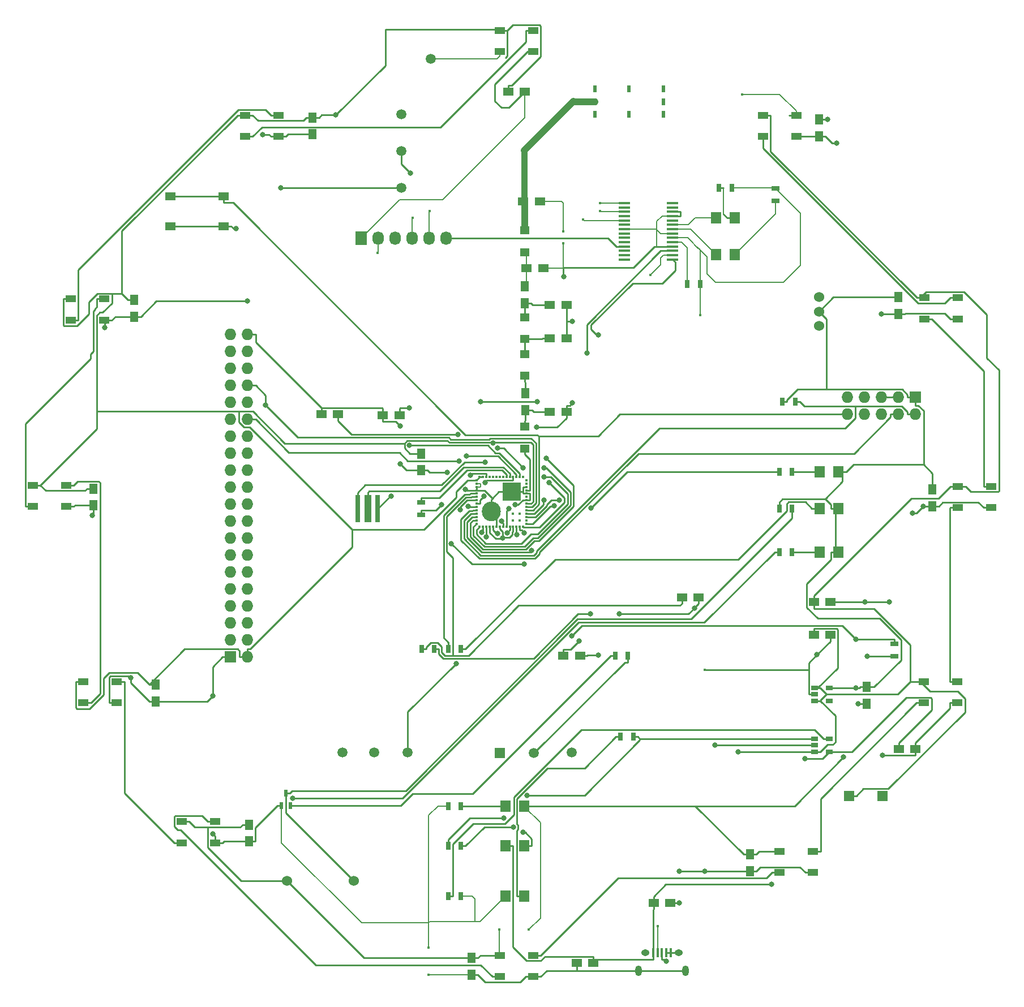
<source format=gtl>
G04 #@! TF.GenerationSoftware,KiCad,Pcbnew,(2016-12-18 revision 3ffa37c)-master*
G04 #@! TF.CreationDate,2016-12-20T15:26:01-08:00*
G04 #@! TF.ProjectId,badge-routed,62616467652D726F757465642E6B6963,rev?*
G04 #@! TF.FileFunction,Copper,L1,Top,Mixed*
G04 #@! TF.FilePolarity,Positive*
%FSLAX46Y46*%
G04 Gerber Fmt 4.6, Leading zero omitted, Abs format (unit mm)*
G04 Created by KiCad (PCBNEW (2016-12-18 revision 3ffa37c)-master) date Tuesday, December 20, 2016 'PMt' 03:26:01 PM*
%MOMM*%
%LPD*%
G01*
G04 APERTURE LIST*
%ADD10C,0.150000*%
%ADD11O,1.727200X1.727200*%
%ADD12R,1.727200X1.727200*%
%ADD13R,1.597660X1.800860*%
%ADD14R,0.700000X1.300000*%
%ADD15R,1.000000X4.100000*%
%ADD16R,0.700000X4.100000*%
%ADD17R,1.500000X1.500000*%
%ADD18R,1.250000X1.500000*%
%ADD19R,1.500000X1.250000*%
%ADD20O,1.000000X1.550000*%
%ADD21O,1.250000X0.950000*%
%ADD22R,0.400000X1.350000*%
%ADD23C,1.500000*%
%ADD24R,1.300000X0.700000*%
%ADD25R,1.727200X2.032000*%
%ADD26O,1.727200X2.032000*%
%ADD27R,1.060000X0.650000*%
%ADD28R,0.500000X1.000000*%
%ADD29C,1.524000*%
%ADD30R,1.750000X0.450000*%
%ADD31R,1.600000X1.000000*%
%ADD32R,0.406400X0.406400*%
%ADD33O,2.819400X2.946400*%
%ADD34R,2.667000X2.667000*%
%ADD35R,0.304800X0.406400*%
%ADD36R,0.406400X0.304800*%
%ADD37R,1.550000X1.300000*%
%ADD38R,1.399540X1.150620*%
%ADD39R,0.599440X1.000760*%
%ADD40C,0.400000*%
%ADD41C,0.800000*%
%ADD42C,0.130000*%
%ADD43C,0.250000*%
%ADD44C,0.230000*%
%ADD45C,0.152400*%
%ADD46C,1.000000*%
%ADD47C,0.900000*%
G04 APERTURE END LIST*
D10*
D11*
X55040000Y-76940000D03*
X52500000Y-76940000D03*
X55040000Y-79480000D03*
X52500000Y-79480000D03*
X55040000Y-82020000D03*
X52500000Y-82020000D03*
X55040000Y-84560000D03*
X52500000Y-84560000D03*
X55040000Y-87100000D03*
X52500000Y-87100000D03*
X55040000Y-89640000D03*
X52500000Y-89640000D03*
X55040000Y-92180000D03*
X52500000Y-92180000D03*
X55040000Y-94720000D03*
X52500000Y-94720000D03*
X55040000Y-97260000D03*
X52500000Y-97260000D03*
X55040000Y-99800000D03*
X52500000Y-99800000D03*
X55040000Y-102340000D03*
X52500000Y-102340000D03*
X55040000Y-104880000D03*
X52500000Y-104880000D03*
X55040000Y-107420000D03*
X52500000Y-107420000D03*
X55040000Y-109960000D03*
X52500000Y-109960000D03*
X55040000Y-112500000D03*
X52500000Y-112500000D03*
X55040000Y-115040000D03*
X52500000Y-115040000D03*
X55040000Y-117580000D03*
X52500000Y-117580000D03*
X55040000Y-120120000D03*
X52500000Y-120120000D03*
X55040000Y-122660000D03*
X52500000Y-122660000D03*
X55040000Y-125200000D03*
D12*
X52500000Y-125200000D03*
D13*
X140580140Y-97500000D03*
X143419860Y-97500000D03*
D14*
X136450000Y-97500000D03*
X134550000Y-97500000D03*
D15*
X73000000Y-103000000D03*
D16*
X71500000Y-103000000D03*
X74500000Y-103000000D03*
D13*
X143419860Y-109500000D03*
X140580140Y-109500000D03*
X140580140Y-103000000D03*
X143419860Y-103000000D03*
D17*
X150000000Y-146000000D03*
X145000000Y-146000000D03*
X92790000Y-139590000D03*
D18*
X130175000Y-157230000D03*
X130175000Y-154730000D03*
X88500000Y-170250000D03*
X88500000Y-172750000D03*
X55245000Y-152785000D03*
X55245000Y-150285000D03*
X41275000Y-129330000D03*
X41275000Y-131830000D03*
X32000000Y-102500000D03*
X32000000Y-100000000D03*
X38100000Y-71775000D03*
X38100000Y-74275000D03*
X64770000Y-46970000D03*
X64770000Y-44470000D03*
D19*
X94000000Y-40640000D03*
X96500000Y-40640000D03*
X142250000Y-117000000D03*
X139750000Y-117000000D03*
X152435000Y-138988000D03*
X154935000Y-138988000D03*
X142220000Y-121920000D03*
X139720000Y-121920000D03*
X120000000Y-116250000D03*
X122500000Y-116250000D03*
D18*
X157480000Y-102620000D03*
X157480000Y-100120000D03*
D19*
X66060000Y-88900000D03*
X68560000Y-88900000D03*
X77750000Y-89000000D03*
X75250000Y-89000000D03*
D18*
X81000000Y-94750000D03*
X81000000Y-97250000D03*
X96600000Y-85750000D03*
X96600000Y-88250000D03*
X96500000Y-72250000D03*
X96500000Y-69750000D03*
D19*
X102750000Y-77500000D03*
X100250000Y-77500000D03*
X100250000Y-72500000D03*
X102750000Y-72500000D03*
X99250000Y-67000000D03*
X96750000Y-67000000D03*
X96250000Y-57000000D03*
X98750000Y-57000000D03*
X102750000Y-88500000D03*
X100250000Y-88500000D03*
X106750000Y-171000000D03*
X104250000Y-171000000D03*
X118250000Y-162000000D03*
X115750000Y-162000000D03*
X102250000Y-125000000D03*
X104750000Y-125000000D03*
D18*
X147650000Y-132200000D03*
X147650000Y-129700000D03*
X140500000Y-44750000D03*
X140500000Y-47250000D03*
X152400000Y-73870000D03*
X152400000Y-71370000D03*
D20*
X120499100Y-172137460D03*
X113499100Y-172137460D03*
D21*
X119499100Y-169437460D03*
X114499100Y-169437460D03*
D22*
X118299100Y-169437460D03*
X117649100Y-169437460D03*
X116999100Y-169437460D03*
X116349100Y-169437460D03*
X115699100Y-169437460D03*
D23*
X79000000Y-139500000D03*
X78000000Y-55000000D03*
X78000000Y-44000000D03*
X78000000Y-49500000D03*
X82400000Y-35700000D03*
X103500000Y-139500000D03*
X97870000Y-139590000D03*
X74000000Y-139500000D03*
X69210000Y-139470000D03*
D14*
X85050000Y-153500000D03*
X86950000Y-153500000D03*
X112710000Y-137160000D03*
X110810000Y-137160000D03*
D24*
X134000000Y-56950000D03*
X134000000Y-55050000D03*
D14*
X127450000Y-55000000D03*
X125550000Y-55000000D03*
X86950000Y-147500000D03*
X85050000Y-147500000D03*
X134550000Y-103000000D03*
X136450000Y-103000000D03*
X86950000Y-124000000D03*
X85050000Y-124000000D03*
X81050000Y-124000000D03*
X82950000Y-124000000D03*
X122700000Y-69350000D03*
X120800000Y-69350000D03*
X110025000Y-125038000D03*
X111925000Y-125038000D03*
X86950000Y-161000000D03*
X85050000Y-161000000D03*
D24*
X151810000Y-123230000D03*
X151810000Y-125130000D03*
X81000000Y-102050000D03*
X81000000Y-103950000D03*
D14*
X135050000Y-87000000D03*
X136950000Y-87000000D03*
X136450000Y-109500000D03*
X134550000Y-109500000D03*
D25*
X72000000Y-62500000D03*
D26*
X74540000Y-62500000D03*
X77080000Y-62500000D03*
X79620000Y-62500000D03*
X82160000Y-62500000D03*
X84700000Y-62500000D03*
D27*
X142070000Y-129860000D03*
X142070000Y-131760000D03*
X139870000Y-131760000D03*
X139870000Y-130810000D03*
X139870000Y-129860000D03*
X139870000Y-137480000D03*
X139870000Y-138430000D03*
X139870000Y-139380000D03*
X142070000Y-139380000D03*
X142070000Y-137480000D03*
D28*
X107000000Y-44000000D03*
X107000000Y-40200000D03*
X117200000Y-40200000D03*
X117200000Y-44000000D03*
X117200000Y-42100000D03*
X107000000Y-42100000D03*
X112100000Y-40200000D03*
X112100000Y-44000000D03*
D13*
X96419860Y-153500000D03*
X93580140Y-153500000D03*
X96419860Y-161000000D03*
X93580140Y-161000000D03*
D29*
X140500000Y-75650000D03*
X140500000Y-73500000D03*
X140500000Y-71350000D03*
X60960000Y-158750000D03*
X70960000Y-158750000D03*
D30*
X111400000Y-57275000D03*
X111400000Y-57925000D03*
X111400000Y-58575000D03*
X111400000Y-59225000D03*
X111400000Y-59875000D03*
X111400000Y-60525000D03*
X111400000Y-61175000D03*
X111400000Y-61825000D03*
X111400000Y-62475000D03*
X111400000Y-63125000D03*
X111400000Y-63775000D03*
X111400000Y-64425000D03*
X111400000Y-65075000D03*
X111400000Y-65725000D03*
X118600000Y-65725000D03*
X118600000Y-65075000D03*
X118600000Y-64425000D03*
X118600000Y-63775000D03*
X118600000Y-63125000D03*
X118600000Y-62475000D03*
X118600000Y-61825000D03*
X118600000Y-61175000D03*
X118600000Y-60525000D03*
X118600000Y-59875000D03*
X118600000Y-59225000D03*
X118600000Y-58575000D03*
X118600000Y-57925000D03*
X118600000Y-57275000D03*
D13*
X127919860Y-59500000D03*
X125080140Y-59500000D03*
D31*
X156250000Y-71425000D03*
X156250000Y-74625000D03*
X161250000Y-71425000D03*
X161250000Y-74625000D03*
X137120000Y-47320000D03*
X137120000Y-44120000D03*
X132120000Y-47320000D03*
X132120000Y-44120000D03*
D32*
X94749806Y-104749804D03*
X94749806Y-103749806D03*
X95749804Y-103749806D03*
X95749804Y-104749804D03*
D33*
X91500130Y-103399794D03*
D34*
X94499870Y-100500130D03*
D35*
X89750070Y-98275090D03*
X90250196Y-98275090D03*
X90750068Y-98275090D03*
X91250194Y-98275090D03*
X91750066Y-98275090D03*
X92250192Y-98275090D03*
X92750064Y-98275090D03*
X93249936Y-98275090D03*
X93749808Y-98275090D03*
X94249934Y-98275090D03*
X94749806Y-98275090D03*
X95249932Y-98275090D03*
X95749804Y-98275090D03*
X96249930Y-98275090D03*
D36*
X96724910Y-98750070D03*
X96724910Y-99250196D03*
X96724910Y-99750068D03*
X96724910Y-100250194D03*
X96724910Y-100750066D03*
X96724910Y-101250192D03*
X96724910Y-101750064D03*
X96724910Y-102249936D03*
X96724910Y-102749808D03*
X96724910Y-103249934D03*
X96724910Y-103749806D03*
X96724910Y-104249932D03*
X96724910Y-104749804D03*
X96724910Y-105249930D03*
D35*
X96249930Y-105724910D03*
X95749804Y-105724910D03*
X95249932Y-105724910D03*
X94749806Y-105724910D03*
X94249934Y-105724910D03*
X93749808Y-105724910D03*
X93249936Y-105724910D03*
X92750064Y-105724910D03*
X92250192Y-105724910D03*
X91750066Y-105724910D03*
X91250194Y-105724910D03*
X90750068Y-105724910D03*
X90250196Y-105724910D03*
X89750070Y-105724910D03*
D36*
X89275090Y-105249930D03*
X89275090Y-104749804D03*
X89275090Y-104249932D03*
X89275090Y-103749806D03*
X89275090Y-103249934D03*
X89275090Y-102749808D03*
X89275090Y-102249936D03*
X89275090Y-101750064D03*
X89275090Y-101250192D03*
X89275090Y-100750066D03*
X89275090Y-100250194D03*
X89275090Y-99750068D03*
X89275090Y-99250196D03*
D32*
X89275090Y-98750070D03*
D37*
X51475000Y-60750000D03*
X43525000Y-60750000D03*
X51475000Y-56250000D03*
X43525000Y-56250000D03*
D12*
X154940000Y-86360000D03*
D11*
X154940000Y-88900000D03*
X152400000Y-86360000D03*
X152400000Y-88900000D03*
X149860000Y-86360000D03*
X149860000Y-88900000D03*
X147320000Y-86360000D03*
X147320000Y-88900000D03*
X144780000Y-86360000D03*
X144780000Y-88900000D03*
D38*
X96500000Y-83125600D03*
X96500000Y-79874400D03*
X96500000Y-61374400D03*
X96500000Y-64625600D03*
X96500000Y-77625600D03*
X96500000Y-74374400D03*
X96500000Y-90748800D03*
X96500000Y-94000000D03*
D13*
X96419860Y-147500000D03*
X93580140Y-147500000D03*
X127919860Y-65000000D03*
X125080140Y-65000000D03*
D31*
X28575000Y-71628000D03*
X28575000Y-74828000D03*
X33575000Y-71628000D03*
X33575000Y-74828000D03*
X27900000Y-102700000D03*
X27900000Y-99500000D03*
X22900000Y-102700000D03*
X22900000Y-99500000D03*
X30480000Y-128880000D03*
X30480000Y-132080000D03*
X35480000Y-128880000D03*
X35480000Y-132080000D03*
X50165000Y-153035000D03*
X50165000Y-149835000D03*
X45165000Y-153035000D03*
X45165000Y-149835000D03*
X92750000Y-169850000D03*
X92750000Y-173050000D03*
X97750000Y-169850000D03*
X97750000Y-173050000D03*
X139620000Y-157480000D03*
X139620000Y-154280000D03*
X134620000Y-157480000D03*
X134620000Y-154280000D03*
X156210000Y-128880000D03*
X156210000Y-132080000D03*
X161210000Y-128880000D03*
X161210000Y-132080000D03*
X166290000Y-102870000D03*
X166290000Y-99670000D03*
X161290000Y-102870000D03*
X161290000Y-99670000D03*
X97750000Y-34620000D03*
X97750000Y-31420000D03*
X92750000Y-34620000D03*
X92750000Y-31420000D03*
X59650000Y-47320000D03*
X59650000Y-44120000D03*
X54650000Y-47320000D03*
X54650000Y-44120000D03*
D39*
X60750000Y-145550040D03*
X60099760Y-147449960D03*
X61400240Y-147449960D03*
D40*
X102250000Y-63250000D03*
X102250000Y-61500000D03*
X82100000Y-168700000D03*
X82100000Y-172800000D03*
D41*
X149860000Y-73870000D03*
X53316000Y-61119900D03*
X124935300Y-138374700D03*
X146397900Y-132200000D03*
X147729600Y-125130000D03*
X143099600Y-48280300D03*
X110638800Y-118785600D03*
X107475100Y-124940400D03*
X119608900Y-162000000D03*
X87571400Y-100124000D03*
X84916200Y-97601100D03*
D40*
X123373100Y-127112700D03*
D41*
X121875000Y-117903500D03*
X150000000Y-139938300D03*
X55040000Y-71919700D03*
X156129000Y-102620000D03*
X119608900Y-157230000D03*
X103577500Y-75000000D03*
X103577500Y-87196300D03*
X102365300Y-68326200D03*
X77855900Y-96295900D03*
X77855900Y-90636300D03*
X150979400Y-117000000D03*
X154519900Y-103675800D03*
X140211700Y-124878600D03*
X147378200Y-117000000D03*
X57251200Y-47019500D03*
X37539800Y-128289800D03*
X31833700Y-103996800D03*
X49838300Y-131018200D03*
X49838300Y-151660100D03*
X123400100Y-157230000D03*
X76470600Y-101109300D03*
X33663500Y-75940500D03*
X95074900Y-102436500D03*
X98288900Y-90845400D03*
X99343500Y-98294000D03*
X98361200Y-87032800D03*
X89843200Y-87032800D03*
X88364100Y-97984400D03*
X60000000Y-55000000D03*
X57721800Y-87533100D03*
X99373900Y-101752800D03*
X100156400Y-99108800D03*
X79375600Y-52784900D03*
X85521600Y-108206800D03*
X96405600Y-111318700D03*
X96405600Y-106610100D03*
X93156900Y-107438500D03*
D40*
X74500000Y-64750000D03*
X107750000Y-58500000D03*
D41*
X93041600Y-104899800D03*
X61800100Y-146312300D03*
X90764000Y-107234200D03*
X86854600Y-103172600D03*
X90024000Y-106548700D03*
D40*
X82250000Y-58500000D03*
X107750000Y-57250000D03*
D41*
X99367700Y-96863000D03*
D40*
X105250000Y-59750000D03*
X79750000Y-59500000D03*
D41*
X99707600Y-95438000D03*
X88005700Y-102623800D03*
X84040500Y-102432300D03*
X90358200Y-101177200D03*
X86633400Y-95852700D03*
X105824300Y-79741300D03*
X104647800Y-122771700D03*
X87796600Y-95157100D03*
X86525200Y-91899700D03*
X79233100Y-93553100D03*
X79233100Y-87960400D03*
X95333000Y-106886000D03*
X93882200Y-106610100D03*
X94100000Y-103000000D03*
X96250600Y-96876500D03*
X92402500Y-93973900D03*
X86205400Y-126226300D03*
X97514900Y-109277500D03*
X107479500Y-77044600D03*
X117669700Y-170742300D03*
D40*
X115300000Y-68000000D03*
X116350000Y-165450000D03*
X92700000Y-166000000D03*
X97100000Y-166000000D03*
D41*
X68241500Y-44070000D03*
X144173400Y-140186500D03*
X146047300Y-129849300D03*
X141803400Y-44750000D03*
X91763900Y-93183300D03*
X92402700Y-106736300D03*
X100861200Y-102552800D03*
X146050000Y-122554700D03*
X103477400Y-122073600D03*
X128404900Y-139380000D03*
X96248200Y-151455000D03*
X94774900Y-150673700D03*
X96813200Y-145911100D03*
X93329500Y-149301300D03*
D40*
X122700000Y-74000000D03*
D41*
X138384800Y-140457200D03*
X133398200Y-159234600D03*
D40*
X129000000Y-41000000D03*
D41*
X106274600Y-118785600D03*
X90568600Y-99080300D03*
X90568600Y-96070800D03*
X106390400Y-102924600D03*
X101672300Y-101701100D03*
D42*
X96500000Y-40640000D02*
X96500000Y-44500000D01*
X77750000Y-56750000D02*
X72000000Y-62500000D01*
X84250000Y-56750000D02*
X77750000Y-56750000D01*
X96500000Y-44500000D02*
X84250000Y-56750000D01*
X98750000Y-57000000D02*
X102000000Y-57000000D01*
X102250000Y-63250000D02*
X102250000Y-67000000D01*
X102250000Y-57250000D02*
X102250000Y-61500000D01*
X102000000Y-57000000D02*
X102250000Y-57250000D01*
X97750000Y-34620000D02*
X96880000Y-34620000D01*
D43*
X94140000Y-43000000D02*
X96500000Y-40640000D01*
X93000000Y-43000000D02*
X94140000Y-43000000D01*
X92000000Y-42000000D02*
X93000000Y-43000000D01*
X92000000Y-39500000D02*
X92000000Y-42000000D01*
D44*
X96880000Y-34620000D02*
X92000000Y-39500000D01*
D42*
X116175000Y-61175000D02*
X116175000Y-63775000D01*
X116250000Y-63750000D02*
X116250000Y-63775000D01*
X116200000Y-63750000D02*
X116250000Y-63750000D01*
X116175000Y-63775000D02*
X116200000Y-63750000D01*
X111400000Y-61175000D02*
X116175000Y-61175000D01*
X116175000Y-61175000D02*
X116250000Y-61250000D01*
X118600000Y-59225000D02*
X117025000Y-59225000D01*
X116825000Y-61825000D02*
X118600000Y-61825000D01*
X116250000Y-61250000D02*
X116825000Y-61825000D01*
X116250000Y-60000000D02*
X116250000Y-61250000D01*
X117025000Y-59225000D02*
X116250000Y-60000000D01*
X99250000Y-67000000D02*
X102250000Y-67000000D01*
X60099760Y-147449960D02*
X60099760Y-152999760D01*
X72100000Y-165000000D02*
X82100000Y-165000000D01*
X60099760Y-152999760D02*
X72100000Y-165000000D01*
X85050000Y-147500000D02*
X83500000Y-147500000D01*
X82100000Y-148900000D02*
X82100000Y-165200000D01*
X83500000Y-147500000D02*
X82100000Y-148900000D01*
X86950000Y-161000000D02*
X88600000Y-161000000D01*
X89000000Y-161400000D02*
X89000000Y-164800000D01*
X88600000Y-161000000D02*
X89000000Y-161400000D01*
X88500000Y-172750000D02*
X82150000Y-172750000D01*
X89780140Y-164800000D02*
X93580140Y-161000000D01*
X82300000Y-164800000D02*
X89000000Y-164800000D01*
X89000000Y-164800000D02*
X89780140Y-164800000D01*
X82100000Y-165000000D02*
X82300000Y-164800000D01*
X82100000Y-168700000D02*
X82100000Y-165200000D01*
X82100000Y-165200000D02*
X82100000Y-165000000D01*
X82150000Y-172750000D02*
X82100000Y-172800000D01*
D45*
X89275090Y-99250196D02*
X89850196Y-99250196D01*
X89824932Y-99750068D02*
X89275090Y-99750068D01*
X89900000Y-99675000D02*
X89824932Y-99750068D01*
X89900000Y-99300000D02*
X89900000Y-99675000D01*
X89850196Y-99250196D02*
X89900000Y-99300000D01*
D43*
X56195300Y-150729500D02*
X59474800Y-147450000D01*
X56195300Y-152785000D02*
X56195300Y-150729500D01*
X60099800Y-147450000D02*
X59474800Y-147450000D01*
X152400000Y-86360000D02*
X149860000Y-86360000D01*
X51475000Y-60750000D02*
X43525000Y-60750000D01*
X52945200Y-61119900D02*
X52575300Y-60750000D01*
X53316000Y-61119900D02*
X52945200Y-61119900D01*
X51475000Y-60750000D02*
X52575300Y-60750000D01*
X97253400Y-100750100D02*
X97253400Y-101750100D01*
X96898400Y-100750100D02*
X97253400Y-100750100D01*
X96898400Y-100750100D02*
X96724900Y-100750100D01*
X96724900Y-100750100D02*
X96196400Y-100750100D01*
X96724900Y-99750100D02*
X96196400Y-99750100D01*
X94499900Y-100500100D02*
X96158700Y-100500100D01*
X96196400Y-100500100D02*
X96158700Y-100500100D01*
X96196400Y-100750100D02*
X96196400Y-100500100D01*
X96196400Y-100500100D02*
X96196400Y-99750100D01*
X61125300Y-46970000D02*
X60775300Y-47320000D01*
X64770000Y-46970000D02*
X61125300Y-46970000D01*
X59650000Y-47320000D02*
X60775300Y-47320000D01*
X164339400Y-102044700D02*
X165164700Y-102870000D01*
X159005600Y-102044700D02*
X164339400Y-102044700D01*
X158430300Y-102620000D02*
X159005600Y-102044700D01*
X166290000Y-102870000D02*
X165164700Y-102870000D01*
X137669400Y-156654700D02*
X138494700Y-157480000D01*
X131700600Y-156654700D02*
X137669400Y-156654700D01*
X131125300Y-157230000D02*
X131700600Y-156654700D01*
X139620000Y-157480000D02*
X138494700Y-157480000D01*
X55720200Y-152785000D02*
X56195300Y-152785000D01*
X55720200Y-152785000D02*
X55245000Y-152785000D01*
X51540300Y-152785000D02*
X51290300Y-153035000D01*
X55245000Y-152785000D02*
X51540300Y-152785000D01*
X50165000Y-153035000D02*
X51290300Y-153035000D01*
X29225300Y-102500000D02*
X29025300Y-102700000D01*
X32000000Y-102500000D02*
X29225300Y-102500000D01*
X27900000Y-102700000D02*
X29025300Y-102700000D01*
X138315300Y-47250000D02*
X138245300Y-47320000D01*
X140500000Y-47250000D02*
X138315300Y-47250000D01*
X137120000Y-47320000D02*
X138245300Y-47320000D01*
X160084700Y-132888000D02*
X160084700Y-132080000D01*
X154935000Y-138037700D02*
X160084700Y-132888000D01*
X154935000Y-138988000D02*
X154935000Y-138037700D01*
X161210000Y-132080000D02*
X160084700Y-132080000D01*
X41275000Y-131830000D02*
X40324700Y-131830000D01*
X35480000Y-132080000D02*
X34354700Y-132080000D01*
X35253300Y-74275000D02*
X34700300Y-74828000D01*
X38100000Y-74275000D02*
X35253300Y-74275000D01*
X161250000Y-74625000D02*
X160124700Y-74625000D01*
X152400000Y-73870000D02*
X149860000Y-73870000D01*
X159299300Y-73799600D02*
X160124700Y-74625000D01*
X153420700Y-73799600D02*
X159299300Y-73799600D01*
X153350300Y-73870000D02*
X153420700Y-73799600D01*
X152400000Y-73870000D02*
X153350300Y-73870000D01*
X119800300Y-59225000D02*
X119800300Y-58575000D01*
X118600000Y-58575000D02*
X119800300Y-58575000D01*
X118600000Y-63775000D02*
X117399700Y-63775000D01*
X117399700Y-63775000D02*
X116250000Y-63775000D01*
X124990600Y-138430000D02*
X124935300Y-138374700D01*
X139870000Y-138430000D02*
X124990600Y-138430000D01*
X142220000Y-121920000D02*
X142220000Y-122870300D01*
X139870000Y-130810000D02*
X139014700Y-130810000D01*
X151810000Y-125130000D02*
X147729600Y-125130000D01*
X147650000Y-132200000D02*
X146397900Y-132200000D01*
X118299100Y-169437500D02*
X117649100Y-169437500D01*
X119499100Y-169437500D02*
X118299100Y-169437500D01*
X120499100Y-172137500D02*
X113499100Y-172137500D01*
X104250000Y-171000000D02*
X104250000Y-171950300D01*
X104250000Y-171950300D02*
X104250000Y-172137500D01*
X99787800Y-172137500D02*
X104250000Y-172137500D01*
X98875300Y-173050000D02*
X99787800Y-172137500D01*
X104250000Y-172137500D02*
X113499100Y-172137500D01*
X142480600Y-48280300D02*
X141450300Y-47250000D01*
X143099600Y-48280300D02*
X142480600Y-48280300D01*
X140500000Y-47250000D02*
X141450300Y-47250000D01*
X105884900Y-124940400D02*
X105825300Y-125000000D01*
X107475100Y-124940400D02*
X105884900Y-124940400D01*
X104750000Y-125000000D02*
X105825300Y-125000000D01*
X122500000Y-116250000D02*
X122500000Y-117200300D01*
X118250000Y-162000000D02*
X119608900Y-162000000D01*
X75150000Y-87949700D02*
X66060000Y-87949700D01*
X75250000Y-88049700D02*
X75150000Y-87949700D01*
X75250000Y-89000000D02*
X75250000Y-88049700D01*
X139014700Y-127112700D02*
X139014700Y-130810000D01*
X139014700Y-127112700D02*
X123373100Y-127112700D01*
X121875000Y-117825300D02*
X122500000Y-117200300D01*
X121875000Y-117903500D02*
X121875000Y-117825300D01*
X154935000Y-138988000D02*
X154935000Y-139938300D01*
X154935000Y-139938300D02*
X150000000Y-139938300D01*
X112726200Y-66948300D02*
X102298300Y-66948300D01*
X102250000Y-67000000D02*
X102250000Y-66996600D01*
X102250000Y-66996600D02*
X102298300Y-66948300D01*
X116250000Y-63775000D02*
X115899500Y-63775000D01*
X115899500Y-63775000D02*
X112726200Y-66948300D01*
X102250000Y-67000000D02*
X102250000Y-67000000D01*
X38100000Y-74275000D02*
X39050300Y-74275000D01*
X41405600Y-71919700D02*
X39050300Y-74275000D01*
X55040000Y-71919700D02*
X41405600Y-71919700D01*
X52500000Y-125200000D02*
X51311100Y-125200000D01*
X98271900Y-173050000D02*
X98875300Y-173050000D01*
X98271900Y-173050000D02*
X97750000Y-173050000D01*
X90575700Y-173875400D02*
X89450300Y-172750000D01*
X95799300Y-173875400D02*
X90575700Y-173875400D01*
X96624700Y-173050000D02*
X95799300Y-173875400D01*
X97750000Y-173050000D02*
X96624700Y-173050000D01*
X88500000Y-172750000D02*
X89450300Y-172750000D01*
X157955200Y-102620000D02*
X158430300Y-102620000D01*
X157955200Y-102620000D02*
X157480000Y-102620000D01*
X157480000Y-102620000D02*
X156129000Y-102620000D01*
X130650200Y-157230000D02*
X131125300Y-157230000D01*
X130650200Y-157230000D02*
X130175000Y-157230000D01*
X102750000Y-77500000D02*
X102750000Y-75000000D01*
X102750000Y-75000000D02*
X102750000Y-72500000D01*
X103224100Y-87549700D02*
X103577500Y-87196300D01*
X102750000Y-87549700D02*
X103224100Y-87549700D01*
X102750000Y-75000000D02*
X103577500Y-75000000D01*
X102750000Y-88500000D02*
X102750000Y-87549700D01*
X102250000Y-68210900D02*
X102365300Y-68326200D01*
X102250000Y-67000000D02*
X102250000Y-68210900D01*
X118600000Y-59225000D02*
X119687700Y-59225000D01*
X119687700Y-59225000D02*
X119800300Y-59225000D01*
X81475200Y-97250000D02*
X81950300Y-97250000D01*
X81475200Y-97250000D02*
X81000000Y-97250000D01*
X78810000Y-97250000D02*
X77855900Y-96295900D01*
X81000000Y-97250000D02*
X78810000Y-97250000D01*
X75250000Y-89000000D02*
X75250000Y-89950300D01*
X77169900Y-89950300D02*
X77855900Y-90636300D01*
X75250000Y-89950300D02*
X77169900Y-89950300D01*
X155073200Y-103675800D02*
X156129000Y-102620000D01*
X154519900Y-103675800D02*
X155073200Y-103675800D01*
X139014700Y-126075600D02*
X140211700Y-124878600D01*
X139014700Y-127112700D02*
X139014700Y-126075600D01*
X142220000Y-122870300D02*
X140211700Y-124878600D01*
X142250000Y-117000000D02*
X147378200Y-117000000D01*
X147378200Y-117000000D02*
X150979400Y-117000000D01*
X58224200Y-47019500D02*
X58524700Y-47320000D01*
X57251200Y-47019500D02*
X58224200Y-47019500D01*
X59650000Y-47320000D02*
X58524700Y-47320000D01*
X32000000Y-103830500D02*
X31833700Y-103996800D01*
X32000000Y-102500000D02*
X32000000Y-103830500D01*
X34354700Y-128230100D02*
X34354700Y-132080000D01*
X34533100Y-128051700D02*
X34354700Y-128230100D01*
X37301700Y-128051700D02*
X34533100Y-128051700D01*
X37539800Y-128289800D02*
X37301700Y-128051700D01*
X37539800Y-129045100D02*
X37539800Y-128289800D01*
X40324700Y-131830000D02*
X37539800Y-129045100D01*
X50165000Y-151986800D02*
X50165000Y-153035000D01*
X49838300Y-151660100D02*
X50165000Y-151986800D01*
X49026500Y-131830000D02*
X49838300Y-131018200D01*
X41275000Y-131830000D02*
X49026500Y-131830000D01*
X49838300Y-126672800D02*
X51311100Y-125200000D01*
X49838300Y-131018200D02*
X49838300Y-126672800D01*
X130175000Y-157230000D02*
X123400100Y-157230000D01*
X123400100Y-157230000D02*
X119608900Y-157230000D01*
X76390700Y-101109300D02*
X74500000Y-103000000D01*
X76470600Y-101109300D02*
X76390700Y-101109300D01*
X33575000Y-74828000D02*
X34137700Y-74828000D01*
X34137700Y-74828000D02*
X34700300Y-74828000D01*
X33663500Y-75302200D02*
X33663500Y-75940500D01*
X34137700Y-74828000D02*
X33663500Y-75302200D01*
X66060000Y-88900000D02*
X66060000Y-88062300D01*
X66060000Y-88062300D02*
X66060000Y-87949700D01*
X56228900Y-78118600D02*
X56228900Y-76940000D01*
X66060000Y-87949700D02*
X56228900Y-78118600D01*
X55040000Y-76940000D02*
X56228900Y-76940000D01*
X96876600Y-101750100D02*
X97253400Y-101750100D01*
X96876600Y-101750100D02*
X96724900Y-101750100D01*
X102750000Y-88500000D02*
X102750000Y-89450300D01*
X120992900Y-118785600D02*
X110638800Y-118785600D01*
X121875000Y-117903500D02*
X120992900Y-118785600D01*
X94499900Y-100500100D02*
X92841100Y-100500100D01*
X89275100Y-99750100D02*
X89275100Y-100250200D01*
X95509900Y-102436500D02*
X95074900Y-102436500D01*
X96196300Y-101750100D02*
X95509900Y-102436500D01*
X96724900Y-101750100D02*
X96196300Y-101750100D01*
X87697600Y-100250200D02*
X87571400Y-100124000D01*
X89275100Y-100250200D02*
X87697600Y-100250200D01*
X89275100Y-100250200D02*
X89803600Y-100250200D01*
X82301400Y-97601100D02*
X81950300Y-97250000D01*
X84916200Y-97601100D02*
X82301400Y-97601100D01*
X92250200Y-104149900D02*
X92250200Y-105724900D01*
X91500100Y-103399800D02*
X92250200Y-104149900D01*
X91500100Y-103399800D02*
X91500100Y-101601300D01*
X101354900Y-90845400D02*
X98288900Y-90845400D01*
X102750000Y-89450300D02*
X101354900Y-90845400D01*
X90469700Y-100250200D02*
X91660500Y-101440900D01*
X89803600Y-100250200D02*
X90469700Y-100250200D01*
X92601300Y-100500100D02*
X91660500Y-101440900D01*
X92841100Y-100500100D02*
X92601300Y-100500100D01*
X91660500Y-101440900D02*
X91500100Y-101601300D01*
X100400900Y-98294000D02*
X99343500Y-98294000D01*
X102899900Y-100793000D02*
X100400900Y-98294000D01*
X102899900Y-102299100D02*
X102899900Y-100793000D01*
X98419500Y-106779500D02*
X102899900Y-102299100D01*
X97395000Y-106779500D02*
X98419500Y-106779500D01*
X95967200Y-108207300D02*
X97395000Y-106779500D01*
X90635000Y-108207300D02*
X95967200Y-108207300D01*
X89270500Y-106842800D02*
X90635000Y-108207300D01*
X89270500Y-106204500D02*
X89270500Y-106842800D01*
X89750100Y-105724900D02*
X89270500Y-106204500D01*
X88601900Y-97746600D02*
X90750100Y-97746600D01*
X88364100Y-97984400D02*
X88601900Y-97746600D01*
X98361200Y-87032800D02*
X89843200Y-87032800D01*
X90750100Y-98275100D02*
X90750100Y-97746600D01*
X96500000Y-94000000D02*
X96500000Y-94900600D01*
X96724900Y-100250200D02*
X97253400Y-100250200D01*
X97253400Y-95654000D02*
X97253400Y-100250200D01*
X96500000Y-94900600D02*
X97253400Y-95654000D01*
X55040000Y-84560000D02*
X56228900Y-84560000D01*
X78000000Y-55000000D02*
X60000000Y-55000000D01*
X57721800Y-86052900D02*
X56228900Y-84560000D01*
X57721800Y-87533100D02*
X57721800Y-86052900D01*
X97594300Y-102749800D02*
X96724900Y-102749800D01*
X98167900Y-102176200D02*
X97594300Y-102749800D01*
X98167900Y-93216700D02*
X98167900Y-102176200D01*
X97409200Y-92458000D02*
X98167900Y-93216700D01*
X91334700Y-92458000D02*
X97409200Y-92458000D01*
X91140200Y-92652500D02*
X91334700Y-92458000D01*
X85399900Y-92652500D02*
X91140200Y-92652500D01*
X85115000Y-92367600D02*
X85399900Y-92652500D01*
X62556300Y-92367600D02*
X85115000Y-92367600D01*
X57721800Y-87533100D02*
X62556300Y-92367600D01*
X43525000Y-56250000D02*
X51475000Y-56250000D01*
X51475000Y-56250000D02*
X51475000Y-57225300D01*
X96724900Y-103249900D02*
X97253400Y-103249900D01*
X97731100Y-103249900D02*
X97253400Y-103249900D01*
X98618200Y-102362800D02*
X97731100Y-103249900D01*
X98618200Y-92198200D02*
X98618200Y-102362800D01*
X107453000Y-92198200D02*
X98618200Y-92198200D01*
X110751200Y-88900000D02*
X107453000Y-92198200D01*
X144780000Y-88900000D02*
X110751200Y-88900000D01*
X52876600Y-57225300D02*
X51475000Y-57225300D01*
X87616600Y-91965300D02*
X52876600Y-57225300D01*
X98385300Y-91965300D02*
X87616600Y-91965300D01*
X98618200Y-92198200D02*
X98385300Y-91965300D01*
X99310200Y-101816500D02*
X99373900Y-101752800D01*
X99310200Y-102366800D02*
X99310200Y-101816500D01*
X97927200Y-103749800D02*
X99310200Y-102366800D01*
X96724900Y-103749800D02*
X97927200Y-103749800D01*
X78000000Y-51409300D02*
X78000000Y-49500000D01*
X79375600Y-52784900D02*
X78000000Y-51409300D01*
X96344400Y-105819400D02*
X96249900Y-105724900D01*
X98689800Y-105819400D02*
X96344400Y-105819400D01*
X102413500Y-102095700D02*
X98689800Y-105819400D01*
X102413500Y-101365900D02*
X102413500Y-102095700D01*
X100156400Y-99108800D02*
X102413500Y-101365900D01*
X95749800Y-105724900D02*
X95749800Y-106253400D01*
X96048900Y-106253400D02*
X96405600Y-106610100D01*
X95749800Y-106253400D02*
X96048900Y-106253400D01*
X88633500Y-111318700D02*
X96405600Y-111318700D01*
X85521600Y-108206800D02*
X88633500Y-111318700D01*
X111446700Y-126013300D02*
X97870000Y-139590000D01*
X111925000Y-126013300D02*
X111446700Y-126013300D01*
X111925000Y-125038000D02*
X111925000Y-126013300D01*
X91250200Y-105724900D02*
X91250200Y-106253400D01*
X92750100Y-106057900D02*
X92750100Y-105724900D01*
X93156900Y-106464700D02*
X92750100Y-106057900D01*
X93156900Y-107351900D02*
X93156900Y-106464700D01*
X94749800Y-106425100D02*
X94749800Y-105724900D01*
X94607600Y-106567300D02*
X94749800Y-106425100D01*
X94607600Y-106910600D02*
X94607600Y-106567300D01*
X94166300Y-107351900D02*
X94607600Y-106910600D01*
X93156900Y-107351900D02*
X94166300Y-107351900D01*
X93113600Y-107395200D02*
X93156900Y-107438500D01*
X93018400Y-107490400D02*
X93113600Y-107395200D01*
X92131100Y-107490400D02*
X93018400Y-107490400D01*
X91250200Y-106609500D02*
X92131100Y-107490400D01*
X91250200Y-106253400D02*
X91250200Y-106609500D01*
X93113600Y-107395200D02*
X93156900Y-107351900D01*
D42*
X111400000Y-58575000D02*
X107825000Y-58575000D01*
X74540000Y-64710000D02*
X74540000Y-62500000D01*
X74500000Y-64750000D02*
X74540000Y-64710000D01*
X107825000Y-58575000D02*
X107750000Y-58500000D01*
D43*
X93249900Y-105724900D02*
X93249900Y-105196400D01*
X93041600Y-104988100D02*
X93041600Y-104899800D01*
X93249900Y-105196400D02*
X93041600Y-104988100D01*
X78213000Y-146312300D02*
X61800100Y-146312300D01*
X104512900Y-120012400D02*
X78213000Y-146312300D01*
X123362300Y-120012400D02*
X104512900Y-120012400D01*
X133874700Y-109500000D02*
X123362300Y-120012400D01*
X134550000Y-109500000D02*
X133874700Y-109500000D01*
X90750100Y-107220300D02*
X90764000Y-107234200D01*
X90750100Y-105724900D02*
X90750100Y-107220300D01*
X90250200Y-106322500D02*
X90024000Y-106548700D01*
X90250200Y-105724900D02*
X90250200Y-106322500D01*
X86854600Y-102749200D02*
X86854600Y-103172600D01*
X87853700Y-101750100D02*
X86854600Y-102749200D01*
X89275100Y-101750100D02*
X87853700Y-101750100D01*
D42*
X111400000Y-57275000D02*
X107775000Y-57275000D01*
X82160000Y-58590000D02*
X82160000Y-62500000D01*
X82250000Y-58500000D02*
X82160000Y-58590000D01*
X107775000Y-57275000D02*
X107750000Y-57250000D01*
D43*
X99686100Y-96863000D02*
X99367700Y-96863000D01*
X103350200Y-100527100D02*
X99686100Y-96863000D01*
X103350200Y-102485700D02*
X103350200Y-100527100D01*
X98437500Y-107398400D02*
X103350200Y-102485700D01*
X97731300Y-107398400D02*
X98437500Y-107398400D01*
X96472100Y-108657600D02*
X97731300Y-107398400D01*
X90448400Y-108657600D02*
X96472100Y-108657600D01*
X88817100Y-107026300D02*
X90448400Y-108657600D01*
X88817100Y-105707900D02*
X88817100Y-107026300D01*
X89275100Y-105249900D02*
X88817100Y-105707900D01*
D42*
X79620000Y-62500000D02*
X79620000Y-59630000D01*
X105375000Y-59875000D02*
X111400000Y-59875000D01*
X105250000Y-59750000D02*
X105375000Y-59875000D01*
X79620000Y-59630000D02*
X79750000Y-59500000D01*
D43*
X89275100Y-104749800D02*
X88746600Y-104749800D01*
X103800500Y-99530900D02*
X99707600Y-95438000D01*
X103800500Y-102672300D02*
X103800500Y-99530900D01*
X98624000Y-107848800D02*
X103800500Y-102672300D01*
X97917800Y-107848800D02*
X98624000Y-107848800D01*
X96658700Y-109107900D02*
X97917800Y-107848800D01*
X90261800Y-109107900D02*
X96658700Y-109107900D01*
X88357000Y-107203100D02*
X90261800Y-109107900D01*
X88357000Y-105139400D02*
X88357000Y-107203100D01*
X88746600Y-104749800D02*
X88357000Y-105139400D01*
X154940000Y-88900000D02*
X153751100Y-88900000D01*
X136950000Y-87000000D02*
X137625300Y-87000000D01*
X138300600Y-87675300D02*
X145969000Y-87675300D01*
X137625300Y-87000000D02*
X138300600Y-87675300D01*
X153751100Y-88528400D02*
X153751100Y-88900000D01*
X152898000Y-87675300D02*
X153751100Y-88528400D01*
X145969000Y-87675300D02*
X152898000Y-87675300D01*
X145969000Y-89409200D02*
X145969000Y-87675300D01*
X144408000Y-90970200D02*
X145969000Y-89409200D01*
X116642100Y-90970200D02*
X144408000Y-90970200D01*
X98240300Y-109372000D02*
X116642100Y-90970200D01*
X98240300Y-109578000D02*
X98240300Y-109372000D01*
X97809800Y-110008500D02*
X98240300Y-109578000D01*
X89888600Y-110008500D02*
X97809800Y-110008500D01*
X87400800Y-107520700D02*
X89888600Y-110008500D01*
X87400800Y-104807000D02*
X87400800Y-107520700D01*
X88408300Y-103799500D02*
X87400800Y-104807000D01*
X88886000Y-103799500D02*
X88408300Y-103799500D01*
X88935700Y-103749800D02*
X88886000Y-103799500D01*
X89275100Y-103749800D02*
X88935700Y-103749800D01*
X152400000Y-88900000D02*
X151211100Y-88900000D01*
X89275100Y-103249900D02*
X88746600Y-103249900D01*
X151211100Y-89318600D02*
X151211100Y-88900000D01*
X145756700Y-94773000D02*
X151211100Y-89318600D01*
X113476200Y-94773000D02*
X145756700Y-94773000D01*
X98690600Y-109558600D02*
X113476200Y-94773000D01*
X98690600Y-109764600D02*
X98690600Y-109558600D01*
X97996400Y-110458800D02*
X98690600Y-109764600D01*
X89702000Y-110458800D02*
X97996400Y-110458800D01*
X86950500Y-107707300D02*
X89702000Y-110458800D01*
X86950500Y-104607400D02*
X86950500Y-107707300D01*
X88208700Y-103349200D02*
X86950500Y-104607400D01*
X88647300Y-103349200D02*
X88208700Y-103349200D01*
X88746600Y-103249900D02*
X88647300Y-103349200D01*
X81000000Y-103950000D02*
X81000000Y-103274700D01*
X83198100Y-103274700D02*
X84040500Y-102432300D01*
X81000000Y-103274700D02*
X83198100Y-103274700D01*
X88131700Y-102749800D02*
X88005700Y-102623800D01*
X89275100Y-102749800D02*
X88131700Y-102749800D01*
X55040000Y-89640000D02*
X56228900Y-89640000D01*
X89275100Y-102249900D02*
X89803600Y-102249900D01*
X89803600Y-101731800D02*
X90358200Y-101177200D01*
X89803600Y-102249900D02*
X89803600Y-101731800D01*
X78973300Y-95852700D02*
X86633400Y-95852700D01*
X77745400Y-94624800D02*
X78973300Y-95852700D01*
X61213700Y-94624800D02*
X77745400Y-94624800D01*
X56228900Y-89640000D02*
X61213700Y-94624800D01*
X81050000Y-124000000D02*
X81725300Y-124000000D01*
X120000000Y-116250000D02*
X120000000Y-117200300D01*
X84516300Y-124975300D02*
X85736800Y-124975300D01*
X84075700Y-124534700D02*
X84516300Y-124975300D01*
X84075700Y-123627500D02*
X84075700Y-124534700D01*
X83472800Y-123024600D02*
X84075700Y-123627500D01*
X82447500Y-123024600D02*
X83472800Y-123024600D01*
X81725300Y-123746800D02*
X82447500Y-123024600D01*
X81725300Y-124000000D02*
X81725300Y-123746800D01*
X119724900Y-117475400D02*
X120000000Y-117200300D01*
X95571500Y-117475400D02*
X119724900Y-117475400D01*
X88071600Y-124975300D02*
X95571500Y-117475400D01*
X85736800Y-124975300D02*
X88071600Y-124975300D01*
X85736800Y-110366800D02*
X85736800Y-124975300D01*
X84796300Y-109426300D02*
X85736800Y-110366800D01*
X84796300Y-104168200D02*
X84796300Y-109426300D01*
X87664800Y-101299700D02*
X84796300Y-104168200D01*
X88489900Y-101299700D02*
X87664800Y-101299700D01*
X88539400Y-101250200D02*
X88489900Y-101299700D01*
X89275100Y-101250200D02*
X88539400Y-101250200D01*
X89275100Y-100750100D02*
X88746600Y-100750100D01*
X85050000Y-124000000D02*
X85050000Y-123024700D01*
X84346000Y-122320700D02*
X85050000Y-123024700D01*
X84346000Y-103981600D02*
X84346000Y-122320700D01*
X87478200Y-100849400D02*
X84346000Y-103981600D01*
X88242400Y-100849400D02*
X87478200Y-100849400D01*
X88341700Y-100750100D02*
X88242400Y-100849400D01*
X88746600Y-100750100D02*
X88341700Y-100750100D01*
X60750000Y-148540000D02*
X60750000Y-145550000D01*
X70960000Y-158750000D02*
X60750000Y-148540000D01*
X60750000Y-145550000D02*
X61375000Y-145550000D01*
X61705300Y-145219700D02*
X61375000Y-145550000D01*
X61705300Y-145219600D02*
X61705300Y-145219700D01*
X78668800Y-145219600D02*
X61705300Y-145219600D01*
X104377400Y-119511000D02*
X78668800Y-145219600D01*
X121371400Y-119511000D02*
X104377400Y-119511000D01*
X136450000Y-104432400D02*
X121371400Y-119511000D01*
X136450000Y-103000000D02*
X136450000Y-104432400D01*
X61400200Y-147450000D02*
X62025200Y-147450000D01*
X110025000Y-125038000D02*
X109349700Y-125038000D01*
X88717600Y-145670100D02*
X109349700Y-125038000D01*
X79717500Y-145670100D02*
X88717600Y-145670100D01*
X77937600Y-147450000D02*
X79717500Y-145670100D01*
X62025200Y-147450000D02*
X77937600Y-147450000D01*
D42*
X125080140Y-59500000D02*
X122000000Y-59500000D01*
X120975000Y-60525000D02*
X118600000Y-60525000D01*
X122000000Y-59500000D02*
X120975000Y-60525000D01*
X118600000Y-61175000D02*
X121255140Y-61175000D01*
X121255140Y-61175000D02*
X125080140Y-65000000D01*
D43*
X54650000Y-47320000D02*
X55775300Y-47320000D01*
X97750000Y-31420000D02*
X96624700Y-31420000D01*
X96624700Y-33182200D02*
X96624700Y-31420000D01*
X83912300Y-45894600D02*
X96624700Y-33182200D01*
X57200700Y-45894600D02*
X83912300Y-45894600D01*
X55775300Y-47320000D02*
X57200700Y-45894600D01*
D42*
X82400000Y-35700000D02*
X92300000Y-35700000D01*
X92300000Y-35700000D02*
X92750000Y-35250000D01*
X92750000Y-35250000D02*
X92750000Y-34620000D01*
D43*
X29700300Y-67268400D02*
X29700300Y-74828000D01*
X53674000Y-43294700D02*
X29700300Y-67268400D01*
X57699400Y-43294700D02*
X53674000Y-43294700D01*
X58524700Y-44120000D02*
X57699400Y-43294700D01*
X59650000Y-44120000D02*
X58524700Y-44120000D01*
X28575000Y-74828000D02*
X29700300Y-74828000D01*
X160084700Y-102950000D02*
X160084700Y-128880000D01*
X160164700Y-102870000D02*
X160084700Y-102950000D01*
X161290000Y-102870000D02*
X160164700Y-102870000D01*
X161210000Y-128880000D02*
X160084700Y-128880000D01*
X140745300Y-146419400D02*
X155084700Y-132080000D01*
X140745300Y-154280000D02*
X140745300Y-146419400D01*
X139620000Y-154280000D02*
X140745300Y-154280000D01*
X156210000Y-132080000D02*
X155084700Y-132080000D01*
X110420000Y-158305300D02*
X98875300Y-169850000D01*
X132669400Y-158305300D02*
X110420000Y-158305300D01*
X133494700Y-157480000D02*
X132669400Y-158305300D01*
X134620000Y-157480000D02*
X133494700Y-157480000D01*
X97750000Y-169850000D02*
X98875300Y-169850000D01*
X89900100Y-171325400D02*
X91624700Y-173050000D01*
X65242500Y-171325400D02*
X89900100Y-171325400D01*
X45027800Y-151110700D02*
X65242500Y-171325400D01*
X44609000Y-151110700D02*
X45027800Y-151110700D01*
X44039600Y-150541300D02*
X44609000Y-151110700D01*
X44039600Y-149124800D02*
X44039600Y-150541300D01*
X44154800Y-149009600D02*
X44039600Y-149124800D01*
X48214300Y-149009600D02*
X44154800Y-149009600D01*
X49039700Y-149835000D02*
X48214300Y-149009600D01*
X50165000Y-149835000D02*
X49039700Y-149835000D01*
X92750000Y-173050000D02*
X91624700Y-173050000D01*
X22900000Y-102700000D02*
X21774700Y-102700000D01*
X33575000Y-71628000D02*
X32449700Y-71628000D01*
X21774700Y-90307900D02*
X21774700Y-102700000D01*
X31519900Y-80562700D02*
X21774700Y-90307900D01*
X31519900Y-79925800D02*
X31519900Y-80562700D01*
X31999400Y-79446300D02*
X31519900Y-79925800D01*
X31999400Y-73454000D02*
X31999400Y-79446300D01*
X32224600Y-73228800D02*
X31999400Y-73454000D01*
X32224600Y-73041400D02*
X32224600Y-73228800D01*
X32449700Y-72816300D02*
X32224600Y-73041400D01*
X32449700Y-71628000D02*
X32449700Y-72816300D01*
X136450000Y-109500000D02*
X140580100Y-109500000D01*
X93580100Y-147500000D02*
X86950000Y-147500000D01*
X165164700Y-82414400D02*
X157375300Y-74625000D01*
X165164700Y-99670000D02*
X165164700Y-82414400D01*
X166290000Y-99670000D02*
X165164700Y-99670000D01*
X156250000Y-74625000D02*
X157375300Y-74625000D01*
X102250000Y-125000000D02*
X102250000Y-124049700D01*
X118600000Y-64425000D02*
X117399700Y-64425000D01*
X105824300Y-75443100D02*
X105824300Y-79741300D01*
X116842400Y-64425000D02*
X105824300Y-75443100D01*
X117399700Y-64425000D02*
X116842400Y-64425000D01*
X103369800Y-124049700D02*
X104647800Y-122771700D01*
X102250000Y-124049700D02*
X103369800Y-124049700D01*
X81000000Y-102050000D02*
X81000000Y-101374700D01*
X83722000Y-101374700D02*
X81000000Y-101374700D01*
X87850200Y-97246500D02*
X83722000Y-101374700D01*
X93059200Y-97246500D02*
X87850200Y-97246500D01*
X93749800Y-97937100D02*
X93059200Y-97246500D01*
X93749800Y-98275100D02*
X93749800Y-97937100D01*
X68560000Y-88900000D02*
X68560000Y-89850300D01*
X70609400Y-91899700D02*
X86525200Y-91899700D01*
X68560000Y-89850300D02*
X70609400Y-91899700D01*
X92523400Y-95157100D02*
X87796600Y-95157100D01*
X95249900Y-97883600D02*
X92523400Y-95157100D01*
X95249900Y-98275100D02*
X95249900Y-97883600D01*
X77750000Y-89000000D02*
X77750000Y-88049700D01*
X77839300Y-87960400D02*
X79233100Y-87960400D01*
X77750000Y-88049700D02*
X77839300Y-87960400D01*
X95749800Y-98275100D02*
X95749800Y-97746600D01*
X92710000Y-94706800D02*
X95749800Y-97746600D01*
X92102100Y-94706800D02*
X92710000Y-94706800D01*
X90948400Y-93553100D02*
X92102100Y-94706800D01*
X79233100Y-93553100D02*
X90948400Y-93553100D01*
X95249900Y-105724900D02*
X95249900Y-106253400D01*
X95249900Y-106802900D02*
X95333000Y-106886000D01*
X95249900Y-106253400D02*
X95249900Y-106802900D01*
X94249900Y-105724900D02*
X94249900Y-106253400D01*
X94238900Y-106253400D02*
X94249900Y-106253400D01*
X93882200Y-106610100D02*
X94238900Y-106253400D01*
X93348000Y-93973900D02*
X92402500Y-93973900D01*
X96250600Y-96876500D02*
X93348000Y-93973900D01*
X79000000Y-133431700D02*
X86205400Y-126226300D01*
X79000000Y-139500000D02*
X79000000Y-133431700D01*
X93766900Y-103449900D02*
X94100000Y-103000000D01*
X93766900Y-105707800D02*
X93766900Y-103449900D01*
X93749800Y-105724900D02*
X93766900Y-105707800D01*
X97234200Y-109558200D02*
X97514900Y-109277500D01*
X90075200Y-109558200D02*
X97234200Y-109558200D01*
X87851100Y-107334100D02*
X90075200Y-109558200D01*
X87851100Y-104993600D02*
X87851100Y-107334100D01*
X88594800Y-104249900D02*
X87851100Y-104993600D01*
X89275100Y-104249900D02*
X88594800Y-104249900D01*
D42*
X126225300Y-58929500D02*
X126225300Y-55000000D01*
D43*
X126795800Y-59500000D02*
X126225300Y-58929500D01*
X125550000Y-55000000D02*
X126225300Y-55000000D01*
X127919900Y-59500000D02*
X126795800Y-59500000D01*
D42*
X134000000Y-56950000D02*
X134000000Y-58919860D01*
X134000000Y-58919860D02*
X127919860Y-65000000D01*
D43*
X159299400Y-72250300D02*
X160124700Y-71425000D01*
X155313100Y-72250300D02*
X159299400Y-72250300D01*
X132120000Y-49057200D02*
X155313100Y-72250300D01*
X132120000Y-47320000D02*
X132120000Y-49057200D01*
X161250000Y-71425000D02*
X160124700Y-71425000D01*
X36605300Y-145600600D02*
X36605300Y-128880000D01*
X44039700Y-153035000D02*
X36605300Y-145600600D01*
X45165000Y-153035000D02*
X44039700Y-153035000D01*
X35480000Y-128880000D02*
X36605300Y-128880000D01*
X27900000Y-99500000D02*
X29025300Y-99500000D01*
X30480000Y-132080000D02*
X31605300Y-132080000D01*
X32980000Y-130705300D02*
X31605300Y-132080000D01*
X32980000Y-99138900D02*
X32980000Y-130705300D01*
X32765700Y-98924600D02*
X32980000Y-99138900D01*
X29600700Y-98924600D02*
X32765700Y-98924600D01*
X29025300Y-99500000D02*
X29600700Y-98924600D01*
X96600000Y-89748200D02*
X96600000Y-88250000D01*
X96500000Y-89848200D02*
X96600000Y-89748200D01*
X96500000Y-90748800D02*
X96500000Y-89848200D01*
X97800300Y-88500000D02*
X97550300Y-88250000D01*
X100250000Y-88500000D02*
X97800300Y-88500000D01*
X96600000Y-88250000D02*
X97550300Y-88250000D01*
X99049100Y-77625600D02*
X99174700Y-77500000D01*
X96500000Y-77625600D02*
X99049100Y-77625600D01*
X100250000Y-77500000D02*
X99174700Y-77500000D01*
X96500000Y-79874400D02*
X96500000Y-77625600D01*
X96500000Y-74374400D02*
X96500000Y-72250000D01*
X97700300Y-72500000D02*
X97450300Y-72250000D01*
X100250000Y-72500000D02*
X97700300Y-72500000D01*
X96500000Y-72250000D02*
X97450300Y-72250000D01*
D42*
X96750000Y-67000000D02*
X96750000Y-64875600D01*
X96750000Y-64875600D02*
X96500000Y-64625600D01*
X96750000Y-67000000D02*
X96750000Y-69500000D01*
X96750000Y-69500000D02*
X96500000Y-69750000D01*
D43*
X96600000Y-84126200D02*
X96600000Y-85750000D01*
X96500000Y-84026200D02*
X96600000Y-84126200D01*
X96500000Y-83125600D02*
X96500000Y-84026200D01*
X107261500Y-77044600D02*
X107479500Y-77044600D01*
X106391400Y-76174500D02*
X107261500Y-77044600D01*
X106391400Y-75512900D02*
X106391400Y-76174500D01*
X112642600Y-69261700D02*
X106391400Y-75512900D01*
X117036700Y-69261700D02*
X112642600Y-69261700D01*
X118972900Y-67325500D02*
X117036700Y-69261700D01*
X118972900Y-66097900D02*
X118972900Y-67325500D01*
X118600000Y-65725000D02*
X118972900Y-66097900D01*
X117365200Y-170437800D02*
X117669700Y-170742300D01*
X116999100Y-170437800D02*
X117365200Y-170437800D01*
X116999100Y-169437500D02*
X116999100Y-170437800D01*
D42*
X116349100Y-169437460D02*
X116349100Y-166200900D01*
X117225000Y-65075000D02*
X118600000Y-65075000D01*
X116800000Y-65500000D02*
X117225000Y-65075000D01*
X116800000Y-66500000D02*
X116800000Y-65500000D01*
X115300000Y-68000000D02*
X116800000Y-66500000D01*
X116349100Y-166200900D02*
X116350000Y-165450000D01*
X92700000Y-166000000D02*
X92700000Y-169800000D01*
X92700000Y-169800000D02*
X92750000Y-169850000D01*
X98818260Y-150000000D02*
X98818260Y-164281740D01*
X98818260Y-164281740D02*
X97100000Y-166000000D01*
X96419860Y-147500000D02*
X96419860Y-147601600D01*
X96419860Y-147601600D02*
X98818260Y-150000000D01*
D43*
X75641500Y-31300000D02*
X75641500Y-36670000D01*
X75641500Y-36670000D02*
X68241500Y-44070000D01*
X135050000Y-87000000D02*
X135725300Y-87000000D01*
X90250200Y-98275100D02*
X89750100Y-98275100D01*
X89750100Y-98275100D02*
X89275100Y-98750100D01*
X89275100Y-98750100D02*
X88746600Y-98750100D01*
X63344400Y-44945300D02*
X63819700Y-44470000D01*
X56600600Y-44945300D02*
X63344400Y-44945300D01*
X55775300Y-44120000D02*
X56600600Y-44945300D01*
X54650000Y-44120000D02*
X55775300Y-44120000D01*
X64770000Y-44470000D02*
X63819700Y-44470000D01*
X92750000Y-31420000D02*
X93875300Y-31420000D01*
X94000000Y-40640000D02*
X94000000Y-39689700D01*
X131575300Y-154280000D02*
X131125300Y-154730000D01*
X134620000Y-154280000D02*
X131575300Y-154280000D01*
X130175000Y-154730000D02*
X131125300Y-154730000D01*
X45165000Y-149835000D02*
X46290300Y-149835000D01*
X55245000Y-150285000D02*
X54294700Y-150285000D01*
X30724400Y-100325300D02*
X31049700Y-100000000D01*
X24850600Y-100325300D02*
X30724400Y-100325300D01*
X24025300Y-99500000D02*
X24850600Y-100325300D01*
X22900000Y-99500000D02*
X24025300Y-99500000D01*
X32000000Y-100000000D02*
X31049700Y-100000000D01*
X89850300Y-169850000D02*
X89450300Y-170250000D01*
X92750000Y-169850000D02*
X89850300Y-169850000D01*
X30480000Y-128880000D02*
X29354700Y-128880000D01*
X41275000Y-129330000D02*
X40324700Y-129330000D01*
X28575000Y-71628000D02*
X27449700Y-71628000D01*
X38100000Y-71775000D02*
X37149700Y-71775000D01*
X49039600Y-153702200D02*
X49039600Y-150660300D01*
X54087400Y-158750000D02*
X49039600Y-153702200D01*
X60960000Y-158750000D02*
X54087400Y-158750000D01*
X47115600Y-150660300D02*
X49039600Y-150660300D01*
X46290300Y-149835000D02*
X47115600Y-150660300D01*
X53919400Y-150660300D02*
X54294700Y-150285000D01*
X49039600Y-150660300D02*
X53919400Y-150660300D01*
X142630000Y-71370000D02*
X152400000Y-71370000D01*
X140500000Y-73500000D02*
X142630000Y-71370000D01*
X130175000Y-154730000D02*
X129224700Y-154730000D01*
X66120300Y-44070000D02*
X65720300Y-44470000D01*
X68241500Y-44070000D02*
X66120300Y-44070000D01*
X64770000Y-44470000D02*
X65720300Y-44470000D01*
X141597500Y-74597500D02*
X140500000Y-73500000D01*
X141597500Y-85162800D02*
X141597500Y-74597500D01*
X152925400Y-85162800D02*
X141597500Y-85162800D01*
X153751100Y-85988500D02*
X152925400Y-85162800D01*
X153751100Y-86360000D02*
X153751100Y-85988500D01*
X135725300Y-86746800D02*
X135725300Y-87000000D01*
X137309300Y-85162800D02*
X135725300Y-86746800D01*
X141597500Y-85162800D02*
X137309300Y-85162800D01*
X134550000Y-103000000D02*
X134550000Y-102024700D01*
X94575300Y-39689700D02*
X98876600Y-35388400D01*
X94000000Y-39689700D02*
X94575300Y-39689700D01*
X94700600Y-30594700D02*
X93875300Y-31420000D01*
X98686200Y-30594700D02*
X94700600Y-30594700D01*
X98876600Y-30785100D02*
X98686200Y-30594700D01*
X98876600Y-35388400D02*
X98876600Y-30785100D01*
X92500000Y-31300000D02*
X75641500Y-31300000D01*
X93875300Y-35294700D02*
X93630000Y-35540000D01*
X93875300Y-31420000D02*
X93875300Y-35294700D01*
X54650000Y-44120000D02*
X53524700Y-44120000D01*
X36177300Y-61467400D02*
X53524700Y-44120000D01*
X36177300Y-70802600D02*
X36177300Y-61467400D01*
X38550400Y-127555700D02*
X40324700Y-129330000D01*
X34353000Y-127555700D02*
X38550400Y-127555700D01*
X33508100Y-128400600D02*
X34353000Y-127555700D01*
X33508100Y-130840300D02*
X33508100Y-128400600D01*
X31413100Y-132935300D02*
X33508100Y-130840300D01*
X29530300Y-132935300D02*
X31413100Y-132935300D01*
X29354700Y-132759700D02*
X29530300Y-132935300D01*
X29354700Y-128880000D02*
X29354700Y-132759700D01*
X55040000Y-125200000D02*
X53851100Y-125200000D01*
X53851100Y-124308300D02*
X53851100Y-125200000D01*
X53553900Y-124011100D02*
X53851100Y-124308300D01*
X45643600Y-124011100D02*
X53553900Y-124011100D01*
X40324700Y-129330000D02*
X45643600Y-124011100D01*
X88975200Y-170250000D02*
X89450300Y-170250000D01*
X88975200Y-170250000D02*
X88500000Y-170250000D01*
X72460000Y-170250000D02*
X60960000Y-158750000D01*
X88500000Y-170250000D02*
X72460000Y-170250000D01*
X154351500Y-86360000D02*
X153751100Y-86360000D01*
X154351500Y-86360000D02*
X154940000Y-86360000D01*
X154940000Y-86360000D02*
X154940000Y-87548900D01*
X147174900Y-129700000D02*
X146699700Y-129700000D01*
X147174900Y-129700000D02*
X147650000Y-129700000D01*
X156137400Y-88374800D02*
X156137400Y-96406400D01*
X155311500Y-87548900D02*
X156137400Y-88374800D01*
X154940000Y-87548900D02*
X155311500Y-87548900D01*
X157480000Y-97749000D02*
X156137400Y-96406400D01*
X157480000Y-100120000D02*
X157480000Y-97749000D01*
X145637600Y-96406400D02*
X144544000Y-97500000D01*
X156137400Y-96406400D02*
X145637600Y-96406400D01*
X148740600Y-129700000D02*
X147650000Y-129700000D01*
X152785400Y-125655200D02*
X148740600Y-129700000D01*
X152785400Y-122666200D02*
X152785400Y-125655200D01*
X149576400Y-119457200D02*
X152785400Y-122666200D01*
X140320100Y-119457200D02*
X149576400Y-119457200D01*
X138674600Y-117811700D02*
X140320100Y-119457200D01*
X138674600Y-114245300D02*
X138674600Y-117811700D01*
X142295800Y-110624100D02*
X138674600Y-114245300D01*
X142295800Y-109500000D02*
X142295800Y-110624100D01*
X36177300Y-70802600D02*
X37149700Y-71775000D01*
X32557200Y-70802600D02*
X34732400Y-70802600D01*
X31300200Y-72059600D02*
X32557200Y-70802600D01*
X31300200Y-73896900D02*
X31300200Y-72059600D01*
X29543700Y-75653400D02*
X31300200Y-73896900D01*
X27576200Y-75653400D02*
X29543700Y-75653400D01*
X27449700Y-75526900D02*
X27576200Y-75653400D01*
X27449700Y-71628000D02*
X27449700Y-75526900D01*
X34732400Y-70802600D02*
X36177300Y-70802600D01*
X78499900Y-93915800D02*
X78499900Y-93228700D01*
X79334100Y-94750000D02*
X78499900Y-93915800D01*
X81000000Y-94750000D02*
X79334100Y-94750000D01*
X129224700Y-154730000D02*
X121994700Y-147500000D01*
X96419900Y-147500000D02*
X121994700Y-147500000D01*
X136859900Y-147500000D02*
X144173400Y-140186500D01*
X121994700Y-147500000D02*
X136859900Y-147500000D01*
X146036600Y-129860000D02*
X146047300Y-129849300D01*
X142070000Y-129860000D02*
X146036600Y-129860000D01*
X146550400Y-129849300D02*
X146699700Y-129700000D01*
X146047300Y-129849300D02*
X146550400Y-129849300D01*
X142949700Y-109500000D02*
X142949700Y-103000000D01*
X143419900Y-109500000D02*
X142949700Y-109500000D01*
X142949700Y-109500000D02*
X142295800Y-109500000D01*
X143419900Y-103000000D02*
X142949700Y-103000000D01*
X142949700Y-103000000D02*
X142295800Y-103000000D01*
X143419900Y-97500000D02*
X143982000Y-97500000D01*
X143982000Y-97500000D02*
X144544000Y-97500000D01*
X143982000Y-98973800D02*
X141406800Y-101549000D01*
X143982000Y-97500000D02*
X143982000Y-98973800D01*
X142295800Y-102438000D02*
X141406800Y-101549000D01*
X142295800Y-103000000D02*
X142295800Y-102438000D01*
X135025700Y-101549000D02*
X134550000Y-102024700D01*
X141406800Y-101549000D02*
X135025700Y-101549000D01*
X53770000Y-88429100D02*
X32449700Y-88429100D01*
X32449700Y-74106100D02*
X32449700Y-88429100D01*
X32915200Y-73640600D02*
X32449700Y-74106100D01*
X33339300Y-73640600D02*
X32915200Y-73640600D01*
X34732400Y-72247500D02*
X33339300Y-73640600D01*
X34732400Y-70802600D02*
X34732400Y-72247500D01*
X32449700Y-91075600D02*
X24025300Y-99500000D01*
X32449700Y-88429100D02*
X32449700Y-91075600D01*
X70650200Y-108772400D02*
X70650200Y-106107800D01*
X55411500Y-124011100D02*
X70650200Y-108772400D01*
X55040000Y-124011100D02*
X55411500Y-124011100D01*
X53770000Y-90073300D02*
X53770000Y-88429100D01*
X54525700Y-90829000D02*
X53770000Y-90073300D01*
X55371400Y-90829000D02*
X54525700Y-90829000D01*
X70650200Y-106107800D02*
X55371400Y-90829000D01*
X55040000Y-125200000D02*
X55040000Y-124011100D01*
X140500000Y-44750000D02*
X141450300Y-44750000D01*
X141450300Y-44750000D02*
X141803400Y-44750000D01*
X55808500Y-88429100D02*
X53770000Y-88429100D01*
X60608100Y-93228700D02*
X55808500Y-88429100D01*
X78499900Y-93228700D02*
X60608100Y-93228700D01*
X78909400Y-92819200D02*
X78499900Y-93228700D01*
X84929700Y-92819200D02*
X78909400Y-92819200D01*
X85213300Y-93102800D02*
X84929700Y-92819200D01*
X91683400Y-93102800D02*
X85213300Y-93102800D01*
X91763900Y-93183300D02*
X91683400Y-93102800D01*
X91750100Y-105724900D02*
X91750100Y-106253400D01*
X92233000Y-106736300D02*
X92402700Y-106736300D01*
X91750100Y-106253400D02*
X92233000Y-106736300D01*
X97457300Y-102249900D02*
X96724900Y-102249900D01*
X97717600Y-101989600D02*
X97457300Y-102249900D01*
X97717600Y-93403300D02*
X97717600Y-101989600D01*
X97392900Y-93078600D02*
X97717600Y-93403300D01*
X91868600Y-93078600D02*
X97392900Y-93078600D01*
X91763900Y-93183300D02*
X91868600Y-93078600D01*
X87919600Y-98750100D02*
X88746600Y-98750100D01*
X86216100Y-100453600D02*
X87919600Y-98750100D01*
X86216100Y-101289300D02*
X86216100Y-100453600D01*
X81397600Y-106107800D02*
X86216100Y-101289300D01*
X70650200Y-106107800D02*
X81397600Y-106107800D01*
X96724900Y-105249900D02*
X97253400Y-105249900D01*
X151810000Y-123230000D02*
X151810000Y-122554700D01*
X151810000Y-122554700D02*
X146050000Y-122554700D01*
X105037100Y-120513900D02*
X103477400Y-122073600D01*
X144009200Y-120513900D02*
X105037100Y-120513900D01*
X146050000Y-122554700D02*
X144009200Y-120513900D01*
X100720700Y-102693300D02*
X100861200Y-102552800D01*
X100257400Y-102693300D02*
X100720700Y-102693300D01*
X100257400Y-102693400D02*
X100257400Y-102693300D01*
X97700900Y-105249900D02*
X100257400Y-102693400D01*
X97253400Y-105249900D02*
X97700900Y-105249900D01*
X154343500Y-101456200D02*
X139750000Y-116049700D01*
X158378500Y-101456200D02*
X154343500Y-101456200D01*
X160164700Y-99670000D02*
X158378500Y-101456200D01*
X161290000Y-99670000D02*
X160164700Y-99670000D01*
X139750000Y-117000000D02*
X139750000Y-116049700D01*
X133245300Y-49545600D02*
X155124700Y-71425000D01*
X133245300Y-44120000D02*
X133245300Y-49545600D01*
X132120000Y-44120000D02*
X133245300Y-44120000D01*
X156250000Y-71425000D02*
X155687400Y-71425000D01*
X155687400Y-71425000D02*
X155124700Y-71425000D01*
X163240600Y-100495300D02*
X162415300Y-99670000D01*
X167288900Y-100495300D02*
X163240600Y-100495300D01*
X167415400Y-100368800D02*
X167288900Y-100495300D01*
X167415400Y-82290600D02*
X167415400Y-100368800D01*
X165615100Y-80490300D02*
X167415400Y-82290600D01*
X165615100Y-73991400D02*
X165615100Y-80490300D01*
X162208200Y-70584500D02*
X165615100Y-73991400D01*
X156527900Y-70584500D02*
X162208200Y-70584500D01*
X155687400Y-71425000D02*
X156527900Y-70584500D01*
X161290000Y-99670000D02*
X162415300Y-99670000D01*
X139442400Y-139380000D02*
X139014700Y-139380000D01*
X139442400Y-139380000D02*
X139870000Y-139380000D01*
X142932300Y-133967000D02*
X140725300Y-131760000D01*
X142932300Y-137953700D02*
X142932300Y-133967000D01*
X142556100Y-138329900D02*
X142932300Y-137953700D01*
X141775400Y-138329900D02*
X142556100Y-138329900D01*
X140725300Y-139380000D02*
X141775400Y-138329900D01*
X139870000Y-139380000D02*
X140725300Y-139380000D01*
X139870000Y-131760000D02*
X140725300Y-131760000D01*
X141640700Y-130775400D02*
X140725300Y-129860000D01*
X140725300Y-131690800D02*
X140725300Y-131760000D01*
X141640700Y-130775400D02*
X140725300Y-131690800D01*
X139870000Y-129860000D02*
X140297700Y-129860000D01*
X140297700Y-129860000D02*
X140725300Y-129860000D01*
X143177000Y-120969700D02*
X139720000Y-120969700D01*
X143295400Y-121088100D02*
X143177000Y-120969700D01*
X143295400Y-126862300D02*
X143295400Y-121088100D01*
X140297700Y-129860000D02*
X143295400Y-126862300D01*
X139720000Y-121920000D02*
X139720000Y-120969700D01*
X139014700Y-139380000D02*
X128404900Y-139380000D01*
X139750000Y-117000000D02*
X139750000Y-117950300D01*
X155084700Y-128880000D02*
X154137000Y-128880000D01*
X152241600Y-130775400D02*
X154137000Y-128880000D01*
X141640700Y-130775400D02*
X152241600Y-130775400D01*
X156210000Y-128880000D02*
X155655500Y-128880000D01*
X155655500Y-128880000D02*
X155084700Y-128880000D01*
X147150600Y-144924700D02*
X146075300Y-146000000D01*
X150873300Y-144924700D02*
X147150600Y-144924700D01*
X162335400Y-133462600D02*
X150873300Y-144924700D01*
X162335400Y-131420200D02*
X162335400Y-133462600D01*
X161280200Y-130365000D02*
X162335400Y-131420200D01*
X157140500Y-130365000D02*
X161280200Y-130365000D01*
X155655500Y-128880000D02*
X157140500Y-130365000D01*
X145000000Y-146000000D02*
X146075300Y-146000000D01*
X154137000Y-123380900D02*
X154137000Y-128880000D01*
X148706400Y-117950300D02*
X154137000Y-123380900D01*
X139750000Y-117950300D02*
X148706400Y-117950300D01*
X86950000Y-153500000D02*
X87625300Y-153500000D01*
X96419900Y-153500000D02*
X97544000Y-153500000D01*
X96572200Y-151455000D02*
X96248200Y-151455000D01*
X97544000Y-152426800D02*
X96572200Y-151455000D01*
X97544000Y-153500000D02*
X97544000Y-152426800D01*
X90451600Y-150673700D02*
X94774900Y-150673700D01*
X87625300Y-153500000D02*
X90451600Y-150673700D01*
X112710000Y-137160000D02*
X113385300Y-137160000D01*
X85050000Y-153500000D02*
X85050000Y-152524700D01*
X105441900Y-145911100D02*
X96813200Y-145911100D01*
X113705300Y-137647700D02*
X105441900Y-145911100D01*
X113705300Y-137480000D02*
X113705300Y-137647700D01*
X139870000Y-137480000D02*
X113705300Y-137480000D01*
X113705300Y-137480000D02*
X113385300Y-137160000D01*
X88273400Y-149301300D02*
X93329500Y-149301300D01*
X85050000Y-152524700D02*
X88273400Y-149301300D01*
X96419900Y-161000000D02*
X95295800Y-161000000D01*
X110810000Y-137160000D02*
X110134700Y-137160000D01*
X95295800Y-151178600D02*
X95295800Y-161000000D01*
X95500200Y-150974200D02*
X95295800Y-151178600D01*
X95500200Y-150373200D02*
X95500200Y-150974200D01*
X95295800Y-150168800D02*
X95500200Y-150373200D01*
X95295800Y-146402800D02*
X95295800Y-150168800D01*
X99878000Y-141820600D02*
X95295800Y-146402800D01*
X105474100Y-141820600D02*
X99878000Y-141820600D01*
X110134700Y-137160000D02*
X105474100Y-141820600D01*
D42*
X122700000Y-69350000D02*
X122700000Y-73800000D01*
X122700000Y-73800000D02*
X122700000Y-74000000D01*
X122700000Y-69350000D02*
X122700000Y-64250000D01*
X122350000Y-63900000D02*
X122350000Y-63930000D01*
X122700000Y-64250000D02*
X122350000Y-63900000D01*
X120895000Y-62475000D02*
X121220000Y-62800000D01*
X118600000Y-62475000D02*
X120895000Y-62475000D01*
X137730000Y-58780000D02*
X134000000Y-55050000D01*
X137730000Y-66610000D02*
X137730000Y-58780000D01*
X135190000Y-69150000D02*
X137730000Y-66610000D01*
X125030000Y-69150000D02*
X135190000Y-69150000D01*
X123760000Y-67880000D02*
X125030000Y-69150000D01*
X123760000Y-65340000D02*
X123760000Y-67880000D01*
X121220000Y-62800000D02*
X122350000Y-63930000D01*
X122350000Y-63930000D02*
X122750000Y-64330000D01*
X122750000Y-64330000D02*
X123760000Y-65340000D01*
X127450000Y-55000000D02*
X133950000Y-55000000D01*
X133950000Y-55000000D02*
X134000000Y-55050000D01*
D43*
X117565100Y-159234600D02*
X115750000Y-161049700D01*
X133398200Y-159234600D02*
X117565100Y-159234600D01*
X115750000Y-162000000D02*
X115750000Y-161049700D01*
X99501100Y-170049700D02*
X106750000Y-170049700D01*
X98875400Y-170675400D02*
X99501100Y-170049700D01*
X96737500Y-170675400D02*
X98875400Y-170675400D01*
X94704200Y-168642100D02*
X96737500Y-170675400D01*
X94704200Y-153500000D02*
X94704200Y-168642100D01*
X93580100Y-153500000D02*
X94704200Y-153500000D01*
X157335400Y-133137300D02*
X152435000Y-138037700D01*
X157335400Y-131432800D02*
X157335400Y-133137300D01*
X157157200Y-131254600D02*
X157335400Y-131432800D01*
X153556600Y-131254600D02*
X157157200Y-131254600D01*
X145431200Y-139380000D02*
X153556600Y-131254600D01*
X142070000Y-139380000D02*
X145431200Y-139380000D01*
X152435000Y-138988000D02*
X152435000Y-138037700D01*
X140992800Y-140457200D02*
X142070000Y-139380000D01*
X138384800Y-140457200D02*
X140992800Y-140457200D01*
X106957800Y-170437800D02*
X106750000Y-170645600D01*
X115699100Y-170437800D02*
X106957800Y-170437800D01*
X106750000Y-171000000D02*
X106750000Y-170645600D01*
X106750000Y-170645600D02*
X106750000Y-170049700D01*
X115699100Y-169937600D02*
X115699100Y-170437800D01*
X115699100Y-169937600D02*
X115699100Y-169437500D01*
X115699100Y-163001200D02*
X115750000Y-162950300D01*
X115699100Y-169437500D02*
X115699100Y-163001200D01*
X115750000Y-162000000D02*
X115750000Y-162950300D01*
X142070000Y-137480000D02*
X141214700Y-137480000D01*
X85050000Y-161000000D02*
X85725300Y-161000000D01*
X139861200Y-136126500D02*
X141214700Y-137480000D01*
X104923000Y-136126500D02*
X139861200Y-136126500D01*
X94845400Y-146204100D02*
X104923000Y-136126500D01*
X94845400Y-148811200D02*
X94845400Y-146204100D01*
X93483000Y-150173600D02*
X94845400Y-148811200D01*
X88777100Y-150173600D02*
X93483000Y-150173600D01*
X85725300Y-153225400D02*
X88777100Y-150173600D01*
X85725300Y-161000000D02*
X85725300Y-153225400D01*
D42*
X129000000Y-41000000D02*
X134630000Y-41000000D01*
X134630000Y-41000000D02*
X137120000Y-43490000D01*
X137120000Y-43490000D02*
X137120000Y-44120000D01*
D43*
X82950000Y-124000000D02*
X83625300Y-124000000D01*
X137120000Y-44120000D02*
X135994700Y-44120000D01*
X83625300Y-124721300D02*
X83625300Y-124000000D01*
X84329700Y-125425700D02*
X83625300Y-124721300D01*
X97825800Y-125425700D02*
X84329700Y-125425700D01*
X104465900Y-118785600D02*
X97825800Y-125425700D01*
X106274600Y-118785600D02*
X104465900Y-118785600D01*
D42*
X103600000Y-42200000D02*
X103700000Y-42100000D01*
D46*
X103700000Y-42100000D02*
X107000000Y-42100000D01*
X103750000Y-42050000D02*
X96400000Y-49400000D01*
D47*
X96400000Y-49400000D02*
X96400000Y-57050000D01*
D42*
X96250000Y-57000000D02*
X96250000Y-56245000D01*
D46*
X96500000Y-61374400D02*
X96500000Y-57250000D01*
D42*
X96500000Y-57250000D02*
X96250000Y-57000000D01*
X118600000Y-63125000D02*
X119925000Y-63125000D01*
X120800000Y-64000000D02*
X120800000Y-69350000D01*
X119925000Y-63125000D02*
X120800000Y-64000000D01*
D43*
X94249900Y-98275100D02*
X94249900Y-97746600D01*
X73000000Y-103000000D02*
X73000000Y-100624700D01*
X73244100Y-100380600D02*
X73000000Y-100624700D01*
X83799700Y-100380600D02*
X73244100Y-100380600D01*
X87384100Y-96796200D02*
X83799700Y-100380600D01*
X93299500Y-96796200D02*
X87384100Y-96796200D01*
X94249900Y-97746600D02*
X93299500Y-96796200D01*
X71500000Y-103000000D02*
X71500000Y-100624700D01*
X90845300Y-98803600D02*
X90568600Y-99080300D01*
X94749800Y-98803600D02*
X90845300Y-98803600D01*
X94749800Y-98275100D02*
X94749800Y-98803600D01*
X72641300Y-99483400D02*
X71500000Y-100624700D01*
X84059900Y-99483400D02*
X72641300Y-99483400D01*
X87472500Y-96070800D02*
X84059900Y-99483400D01*
X90568600Y-96070800D02*
X87472500Y-96070800D01*
X86950000Y-124000000D02*
X87625300Y-124000000D01*
X140580100Y-103000000D02*
X139456000Y-103000000D01*
X138455300Y-101999300D02*
X139456000Y-103000000D01*
X135972800Y-101999300D02*
X138455300Y-101999300D01*
X135675600Y-102296500D02*
X135972800Y-101999300D01*
X135675600Y-103342500D02*
X135675600Y-102296500D01*
X128424800Y-110593300D02*
X135675600Y-103342500D01*
X101032000Y-110593300D02*
X128424800Y-110593300D01*
X87625300Y-124000000D02*
X101032000Y-110593300D01*
X108924700Y-62500000D02*
X84700000Y-62500000D01*
X110199700Y-63775000D02*
X108924700Y-62500000D01*
X111400000Y-63775000D02*
X110199700Y-63775000D01*
X134550000Y-97500000D02*
X133874700Y-97500000D01*
X111815000Y-97500000D02*
X133874700Y-97500000D01*
X106390400Y-102924600D02*
X111815000Y-97500000D01*
X100500200Y-101701100D02*
X101672300Y-101701100D01*
X99760500Y-102440800D02*
X100500200Y-101701100D01*
X99760500Y-102553400D02*
X99760500Y-102440800D01*
X98064000Y-104249900D02*
X99760500Y-102553400D01*
X96724900Y-104249900D02*
X98064000Y-104249900D01*
X136450000Y-97500000D02*
X140580100Y-97500000D01*
M02*

</source>
